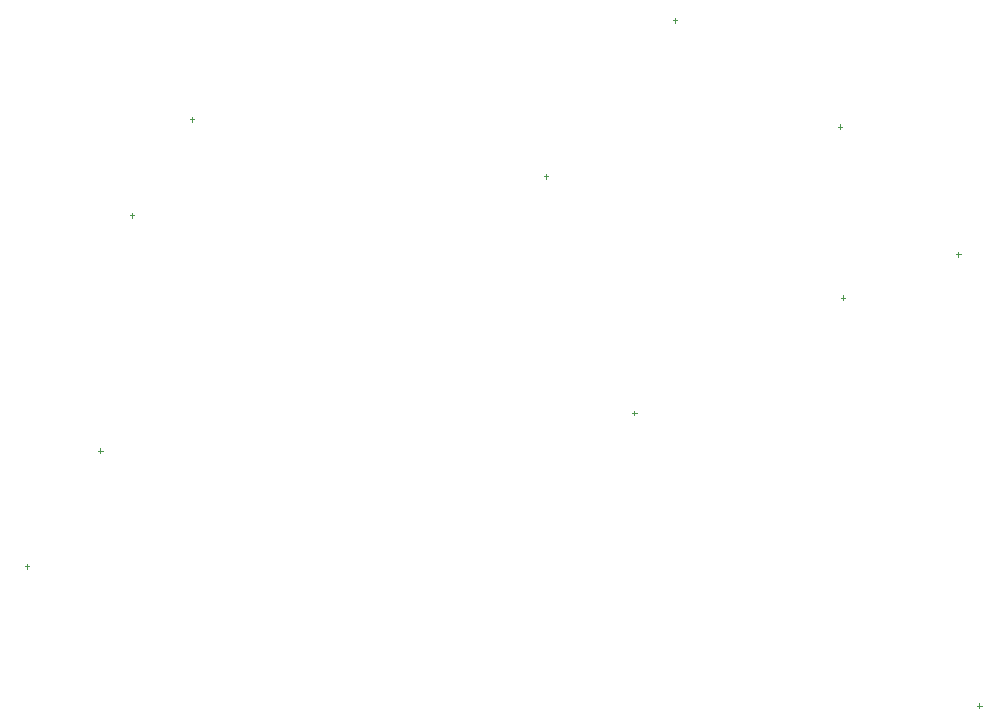
<source format=gm1>
G04 Layer_Color=16711935*
%FSLAX25Y25*%
%MOIN*%
G70*
G01*
G75*
%ADD128C,0.00394*%
D128*
X1840213Y2428000D02*
X1841787D01*
X1841000Y2427213D02*
Y2428787D01*
X1939000Y2443713D02*
Y2445287D01*
X1938213Y2444500D02*
X1939787D01*
X1978500Y2401213D02*
Y2402787D01*
X1977713Y2402000D02*
X1979287D01*
X1870500Y2348323D02*
Y2349898D01*
X1869713Y2349110D02*
X1871287D01*
X1985500Y2250713D02*
Y2252287D01*
X1984713Y2251500D02*
X1986287D01*
X1702213Y2415000D02*
X1703787D01*
X1703000Y2414213D02*
Y2415787D01*
X1723000Y2446213D02*
Y2447787D01*
X1722213Y2447000D02*
X1723787D01*
X1692500Y2335713D02*
Y2337287D01*
X1691713Y2336500D02*
X1693287D01*
X1668000Y2297213D02*
Y2298787D01*
X1667213Y2298000D02*
X1668787D01*
X1939213Y2387500D02*
X1940787D01*
X1940000Y2386713D02*
Y2388287D01*
X1883213Y2480000D02*
X1884787D01*
X1884000Y2479213D02*
Y2480787D01*
M02*

</source>
